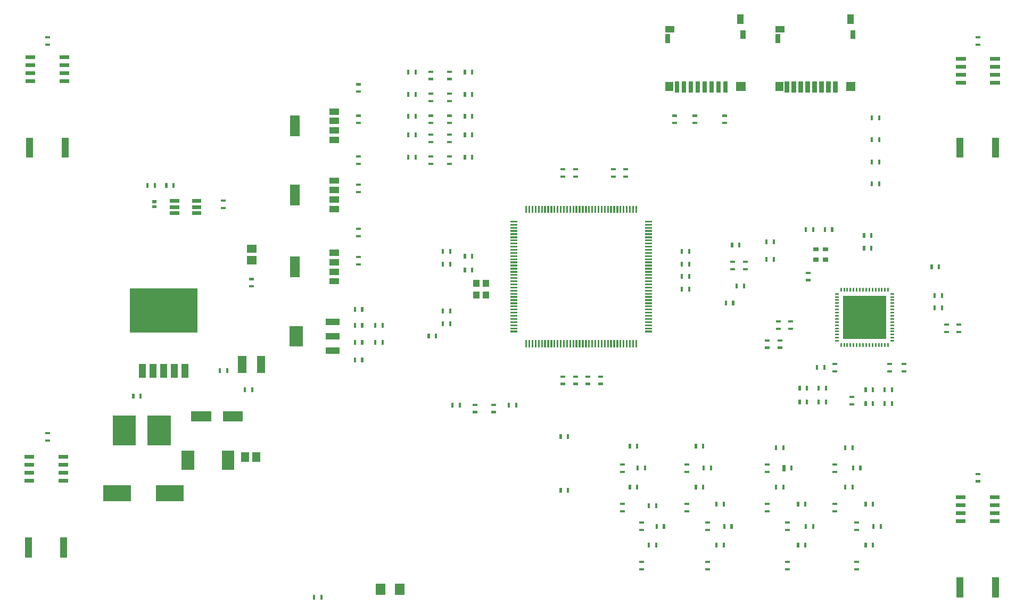
<source format=gbr>
G04 start of page 15 for group -4015 idx -4015 *
G04 Title: DAISI, toppaste *
G04 Creator: pcb 20140316 *
G04 CreationDate: Wed 18 Apr 2018 03:14:34 AM GMT UTC *
G04 For: afonsop *
G04 Format: Gerber/RS-274X *
G04 PCB-Dimensions (mil): 6540.00 4540.00 *
G04 PCB-Coordinate-Origin: lower left *
%MOIN*%
%FSLAX25Y25*%
%LNTOPPASTE*%
%ADD209R,0.0787X0.0787*%
%ADD208R,0.0630X0.0630*%
%ADD207R,0.0600X0.0600*%
%ADD206R,0.0984X0.0984*%
%ADD205R,0.0512X0.0512*%
%ADD204R,0.0276X0.0276*%
%ADD203R,0.0315X0.0315*%
%ADD202R,0.0219X0.0219*%
%ADD201R,0.0256X0.0256*%
%ADD200C,0.0001*%
%ADD199R,0.0100X0.0100*%
%ADD198R,0.0236X0.0236*%
%ADD197R,0.0197X0.0197*%
%ADD196R,0.1450X0.1450*%
%ADD195R,0.0512X0.0512*%
%ADD194R,0.0846X0.0846*%
%ADD193R,0.0402X0.0402*%
%ADD192R,0.0591X0.0591*%
%ADD191R,0.0394X0.0394*%
%ADD190R,0.0433X0.0433*%
%ADD189R,0.0236X0.0236*%
%ADD188R,0.0140X0.0140*%
%ADD187R,0.0110X0.0110*%
%ADD186R,0.2752X0.2752*%
%ADD185R,0.0421X0.0421*%
G54D185*X94882Y214000D02*Y209709D01*
X101575Y214000D02*Y209709D01*
X108268Y214000D02*Y209709D01*
X114961Y214000D02*Y209709D01*
X121654Y214000D02*Y209709D01*
G54D186*X100768Y249630D02*X115768D01*
G54D187*X335308Y230485D02*Y227087D01*
X337276Y230485D02*Y227087D01*
X339245Y230485D02*Y227087D01*
X341213Y230485D02*Y227087D01*
X343182Y230485D02*Y227087D01*
X345150Y230485D02*Y227087D01*
X347119Y230485D02*Y227087D01*
X349087Y230485D02*Y227087D01*
X351056Y230485D02*Y227087D01*
X353024Y230485D02*Y227087D01*
X354993Y230485D02*Y227087D01*
X356961Y230485D02*Y227087D01*
X358930Y230485D02*Y227087D01*
X360898Y230485D02*Y227087D01*
X362867Y230485D02*Y227087D01*
X364835Y230485D02*Y227087D01*
X366804Y230485D02*Y227087D01*
X368772Y230485D02*Y227087D01*
X370741Y230485D02*Y227087D01*
X372709Y230485D02*Y227087D01*
X374678Y230485D02*Y227087D01*
X376646Y230485D02*Y227087D01*
X378615Y230485D02*Y227087D01*
X380583Y230485D02*Y227087D01*
X382552Y230485D02*Y227087D01*
X384520Y230485D02*Y227087D01*
X386489Y230485D02*Y227087D01*
X388457Y230485D02*Y227087D01*
X390426Y230485D02*Y227087D01*
X392394Y230485D02*Y227087D01*
X394363Y230485D02*Y227087D01*
X396331Y230485D02*Y227087D01*
X398300Y230485D02*Y227087D01*
X400268Y230485D02*Y227087D01*
X402237Y230485D02*Y227087D01*
X404205Y230485D02*Y227087D01*
X410177Y236458D02*X413575D01*
X410177Y238426D02*X413575D01*
X410177Y240395D02*X413575D01*
X410177Y242363D02*X413575D01*
X410177Y244331D02*X413575D01*
X410177Y246300D02*X413575D01*
X410177Y248269D02*X413575D01*
X410177Y250237D02*X413575D01*
X410177Y252206D02*X413575D01*
X410177Y254174D02*X413575D01*
X410177Y256143D02*X413575D01*
X410177Y258111D02*X413575D01*
X410177Y260080D02*X413575D01*
X410177Y262048D02*X413575D01*
X410177Y264017D02*X413575D01*
X410177Y265985D02*X413575D01*
X410177Y267954D02*X413575D01*
X410177Y269922D02*X413575D01*
X410177Y271891D02*X413575D01*
X410177Y273859D02*X413575D01*
X410177Y275828D02*X413575D01*
X410177Y277796D02*X413575D01*
X410177Y279765D02*X413575D01*
X410177Y281733D02*X413575D01*
X410177Y283702D02*X413575D01*
X410177Y285670D02*X413575D01*
X410177Y287639D02*X413575D01*
X410177Y289607D02*X413575D01*
X410177Y291576D02*X413575D01*
X410177Y293544D02*X413575D01*
X410177Y295513D02*X413575D01*
X410177Y297481D02*X413575D01*
X410177Y299450D02*X413575D01*
X410177Y301418D02*X413575D01*
X410177Y303387D02*X413575D01*
X410177Y305355D02*X413575D01*
X404204Y314724D02*Y311327D01*
X402236Y314724D02*Y311327D01*
X400267Y314724D02*Y311327D01*
X398299Y314724D02*Y311327D01*
X396330Y314724D02*Y311327D01*
X394362Y314724D02*Y311327D01*
X392393Y314724D02*Y311327D01*
X390425Y314724D02*Y311327D01*
X388456Y314724D02*Y311327D01*
X386488Y314724D02*Y311327D01*
X384519Y314724D02*Y311327D01*
X382551Y314724D02*Y311327D01*
X380582Y314724D02*Y311327D01*
X378614Y314724D02*Y311327D01*
X376645Y314724D02*Y311327D01*
X374677Y314724D02*Y311327D01*
X372708Y314724D02*Y311327D01*
X370740Y314724D02*Y311327D01*
X368771Y314724D02*Y311327D01*
X366803Y314724D02*Y311327D01*
X364834Y314724D02*Y311327D01*
X362866Y314724D02*Y311327D01*
X360897Y314724D02*Y311327D01*
X358929Y314724D02*Y311327D01*
X356960Y314724D02*Y311327D01*
X354992Y314724D02*Y311327D01*
X353023Y314724D02*Y311327D01*
X351055Y314724D02*Y311327D01*
X349086Y314724D02*Y311327D01*
X347118Y314724D02*Y311327D01*
X345149Y314724D02*Y311327D01*
X343181Y314724D02*Y311327D01*
X341212Y314724D02*Y311327D01*
X339244Y314724D02*Y311327D01*
X337275Y314724D02*Y311327D01*
X335307Y314724D02*Y311327D01*
X325937Y305354D02*X329335D01*
X325937Y303386D02*X329335D01*
X325937Y301417D02*X329335D01*
X325937Y299449D02*X329335D01*
X325937Y297480D02*X329335D01*
X325937Y295512D02*X329335D01*
X325937Y293543D02*X329335D01*
X325937Y291575D02*X329335D01*
X325937Y289606D02*X329335D01*
X325937Y287638D02*X329335D01*
X325937Y285669D02*X329335D01*
X325937Y283701D02*X329335D01*
X325937Y281731D02*X329335D01*
X325937Y279764D02*X329335D01*
X325937Y277795D02*X329335D01*
X325937Y275827D02*X329335D01*
X325937Y273858D02*X329335D01*
X325937Y271890D02*X329335D01*
X325937Y269921D02*X329335D01*
X325937Y267953D02*X329335D01*
X325937Y265984D02*X329335D01*
X325937Y264016D02*X329335D01*
X325937Y262047D02*X329335D01*
X325937Y260079D02*X329335D01*
X325937Y258110D02*X329335D01*
X325937Y256142D02*X329335D01*
X325937Y254173D02*X329335D01*
X325937Y252205D02*X329335D01*
X325937Y250236D02*X329335D01*
X325937Y248268D02*X329335D01*
X325937Y246299D02*X329335D01*
X325937Y244331D02*X329335D01*
X325937Y242362D02*X329335D01*
X325937Y240394D02*X329335D01*
X325937Y238425D02*X329335D01*
X325937Y236457D02*X329335D01*
G54D188*X432739Y287477D02*Y285877D01*
X437339Y287477D02*Y285877D01*
X207024Y70942D02*Y69342D01*
X202424Y70942D02*Y69342D01*
X617310Y142645D02*X618910D01*
X617310Y147245D02*X618910D01*
G54D189*X605610Y132760D02*X609350D01*
X605610Y127760D02*X609350D01*
X605610Y122760D02*X609350D01*
X605610Y117760D02*X609350D01*
X626870D02*X630610D01*
X626870Y122760D02*X630610D01*
X626870Y127760D02*X630610D01*
X626870Y132760D02*X630610D01*
G54D190*X629134Y80181D02*Y71913D01*
X607087Y80181D02*Y71913D01*
G54D188*X229515Y278472D02*X231115D01*
X229515Y283072D02*X231115D01*
X229515Y296188D02*X231115D01*
X229515Y300788D02*X231115D01*
G54D191*X214173Y267976D02*X216142D01*
X214173Y273882D02*X216142D01*
X214173Y279787D02*X216142D01*
X214173Y285693D02*X216142D01*
G54D192*X190354Y280378D02*Y273291D01*
G54D191*X214173Y313252D02*X216142D01*
X214173Y319157D02*X216142D01*
X214173Y325063D02*X216142D01*
X214173Y330969D02*X216142D01*
G54D192*X190354Y325654D02*Y318567D01*
G54D193*X211742Y224472D02*X216467D01*
X211742Y233528D02*X216467D01*
X211742Y242583D02*X216467D01*
G54D194*X191270Y235693D02*Y231362D01*
G54D191*X214173Y356559D02*X216142D01*
X214173Y362465D02*X216142D01*
X214173Y368370D02*X216142D01*
X214173Y374276D02*X216142D01*
G54D192*X190354Y368961D02*Y361874D01*
G54D188*X162586Y269292D02*X164186D01*
X162586Y264692D02*X164186D01*
G54D195*X162993Y281166D02*X163779D01*
X162993Y288252D02*X163779D01*
G54D188*X147969Y212674D02*Y211074D01*
X143369Y212674D02*Y211074D01*
G54D196*X105388Y176472D02*Y172472D01*
X83588Y176472D02*Y172472D01*
G54D188*X163717Y200863D02*Y199263D01*
X159117Y200863D02*Y199263D01*
X232615Y251060D02*Y249460D01*
X228015Y251060D02*Y249460D01*
X240810Y241217D02*Y239617D01*
X245410Y241217D02*Y239617D01*
X240810Y230391D02*Y228791D01*
X245410Y230391D02*Y228791D01*
X229515Y323747D02*X231115D01*
X229515Y328347D02*X231115D01*
X229515Y341464D02*X231115D01*
X229515Y346064D02*X231115D01*
X229515Y367054D02*X231115D01*
X229515Y371654D02*X231115D01*
X229515Y386739D02*X231115D01*
X229515Y391339D02*X231115D01*
G54D197*X101969Y317779D02*X102755D01*
X101969Y314631D02*X102755D01*
G54D188*X98094Y328816D02*Y327216D01*
X102694Y328816D02*Y327216D01*
X109905Y328816D02*Y327216D01*
X114505Y328816D02*Y327216D01*
X144869Y313905D02*X146469D01*
X144869Y318505D02*X146469D01*
G54D198*X113385Y318173D02*X116929D01*
X113385Y314433D02*X116929D01*
X113385Y310693D02*X116929D01*
X127165Y310692D02*X130709D01*
X127165Y314433D02*X130709D01*
X127164Y318173D02*X130708D01*
G54D188*X356952Y137871D02*Y136271D01*
X361552Y137871D02*Y136271D01*
G54D191*X304134Y266992D02*Y266598D01*
Y259512D02*Y259118D01*
X310039Y259512D02*Y259118D01*
Y266992D02*Y266598D01*
G54D199*X563886Y230575D02*X565248D01*
X563886Y232543D02*X565248D01*
X563886Y234512D02*X565248D01*
X563886Y236480D02*X565248D01*
X563886Y238449D02*X565248D01*
X563886Y240417D02*X565248D01*
X563886Y242386D02*X565248D01*
X563886Y244354D02*X565248D01*
X563886Y246323D02*X565248D01*
X563886Y248291D02*X565248D01*
X563886Y250260D02*X565248D01*
X563886Y252228D02*X565248D01*
X563886Y254197D02*X565248D01*
X563886Y256165D02*X565248D01*
X563886Y258134D02*X565248D01*
X563886Y260102D02*X565248D01*
X529240D02*X530602D01*
X529240Y258134D02*X530602D01*
X529240Y256165D02*X530602D01*
X529240Y254197D02*X530602D01*
X529240Y252228D02*X530602D01*
X529240Y250260D02*X530602D01*
X529240Y248291D02*X530602D01*
X529240Y246323D02*X530602D01*
X529240Y244354D02*X530602D01*
X529240Y242386D02*X530602D01*
X529240Y240417D02*X530602D01*
X529240Y238449D02*X530602D01*
X529240Y236480D02*X530602D01*
X529240Y234512D02*X530602D01*
X529240Y232543D02*X530602D01*
X529240Y230575D02*X530602D01*
X562008Y263343D02*Y261980D01*
X560039Y263343D02*Y261980D01*
X558071Y263343D02*Y261980D01*
X556102Y263343D02*Y261980D01*
X554134Y263343D02*Y261980D01*
X552165Y263343D02*Y261980D01*
X550197Y263343D02*Y261980D01*
X548228Y263343D02*Y261980D01*
X546260Y263343D02*Y261980D01*
X544291Y263343D02*Y261980D01*
X542323Y263343D02*Y261980D01*
X540354Y263343D02*Y261980D01*
X538386Y263343D02*Y261980D01*
X536417Y263343D02*Y261980D01*
X534449Y263343D02*Y261980D01*
X532480Y263343D02*Y261980D01*
Y228697D02*Y227335D01*
X534449Y228697D02*Y227335D01*
X536417Y228697D02*Y227335D01*
X538386Y228697D02*Y227335D01*
X540354Y228697D02*Y227335D01*
X542323Y228697D02*Y227335D01*
X544291Y228697D02*Y227335D01*
X546260Y228697D02*Y227335D01*
X548228Y228697D02*Y227335D01*
X550197Y228697D02*Y227335D01*
X552165Y228697D02*Y227335D01*
X554134Y228697D02*Y227335D01*
X556102Y228697D02*Y227335D01*
X558071Y228697D02*Y227335D01*
X560039Y228697D02*Y227335D01*
X562008Y228697D02*Y227335D01*
G54D200*G36*
X533858Y258724D02*Y231953D01*
X560630D01*
Y258724D01*
X533858D01*
G37*
G54D188*X432739Y279603D02*Y278003D01*
X437339Y279603D02*Y278003D01*
X432739Y271729D02*Y270129D01*
X437339Y271729D02*Y270129D01*
X432739Y263855D02*Y262255D01*
X437339Y263855D02*Y262255D01*
X365342Y333590D02*X366942D01*
X365342Y338190D02*X366942D01*
X357468Y333590D02*X359068D01*
X357468Y338190D02*X359068D01*
X357468Y203669D02*X359068D01*
X357468Y208269D02*X359068D01*
X365342Y203669D02*X366942D01*
X365342Y208269D02*X366942D01*
X373216Y203669D02*X374816D01*
X373216Y208269D02*X374816D01*
X381090Y203669D02*X382690D01*
X381090Y208269D02*X382690D01*
X296913Y275666D02*Y274066D01*
X301513Y275666D02*Y274066D01*
X283133Y279603D02*Y278003D01*
X287733Y279603D02*Y278003D01*
X283133Y287477D02*Y285877D01*
X287733Y287477D02*Y285877D01*
X283133Y242202D02*Y240602D01*
X287733Y242202D02*Y240602D01*
X283133Y250076D02*Y248476D01*
X287733Y250076D02*Y248476D01*
X329072Y191020D02*Y189420D01*
X324472Y191020D02*Y189420D01*
X293639Y191020D02*Y189420D01*
X289039Y191020D02*Y189420D01*
X314161Y185952D02*X315761D01*
X314161Y190552D02*X315761D01*
X302350Y185952D02*X303950D01*
X302350Y190552D02*X303950D01*
X228015Y241217D02*Y239617D01*
X232615Y241217D02*Y239617D01*
Y219564D02*Y217964D01*
X228015Y219564D02*Y217964D01*
Y230391D02*Y228791D01*
X232615Y230391D02*Y228791D01*
X511011Y273229D02*X512611D01*
X511011Y268629D02*X512611D01*
G54D201*X516240Y287957D02*X517028D01*
X516240Y281461D02*X517028D01*
X522343D02*X523130D01*
X522343Y287957D02*X523130D01*
G54D188*X464898Y254997D02*Y253397D01*
X460298Y254997D02*Y253397D01*
X468835Y291414D02*Y289814D01*
X464235Y291414D02*Y289814D01*
X471788Y265824D02*Y264224D01*
X467188Y265824D02*Y264224D01*
X556434Y371139D02*Y369539D01*
X551834Y371139D02*Y369539D01*
X510495Y301257D02*Y299657D01*
X515095Y301257D02*Y299657D01*
X526906Y301257D02*Y299657D01*
X522306Y301257D02*Y299657D01*
X538570Y195473D02*X540170D01*
X538570Y190873D02*X540170D01*
X485420Y230906D02*X487020D01*
X485420Y226306D02*X487020D01*
X493294Y230906D02*X494894D01*
X493294Y226306D02*X494894D01*
X500184Y242717D02*X501784D01*
X500184Y238117D02*X501784D01*
X492310Y242717D02*X493910D01*
X492310Y238117D02*X493910D01*
X546913Y289446D02*Y287846D01*
X551513Y289446D02*Y287846D01*
X546913Y297320D02*Y295720D01*
X551513Y297320D02*Y295720D01*
X591204Y252044D02*Y250444D01*
X595804Y252044D02*Y250444D01*
X593835Y277635D02*Y276035D01*
X589235Y277635D02*Y276035D01*
X556434Y357359D02*Y355759D01*
X551834Y357359D02*Y355759D01*
X556434Y329800D02*Y328200D01*
X551834Y329800D02*Y328200D01*
X556434Y343580D02*Y341980D01*
X551834Y343580D02*Y341980D01*
X463767Y280119D02*X465367D01*
X463767Y275519D02*X465367D01*
X471641D02*X473241D01*
X471641Y280119D02*X473241D01*
X485889Y282556D02*Y280956D01*
X490489Y282556D02*Y280956D01*
X485889Y293383D02*Y291783D01*
X490489Y293383D02*Y291783D01*
X547897Y192005D02*Y190405D01*
X552497Y192005D02*Y190405D01*
X396838Y333590D02*X398438D01*
X396838Y338190D02*X398438D01*
X388964Y333590D02*X390564D01*
X388964Y338190D02*X390564D01*
X405180Y151650D02*Y150050D01*
X409780Y151650D02*Y150050D01*
X400259Y165430D02*Y163830D01*
X404859Y165430D02*Y163830D01*
X394869Y153150D02*X396469D01*
X394869Y148550D02*X396469D01*
X394869Y128544D02*X396469D01*
X394869Y123944D02*X396469D01*
X400259Y139839D02*Y138239D01*
X404859Y139839D02*Y138239D01*
X446519Y151650D02*Y150050D01*
X451119Y151650D02*Y150050D01*
X441598Y165430D02*Y163830D01*
X446198Y165430D02*Y163830D01*
X441598Y139839D02*Y138239D01*
X446198Y139839D02*Y138239D01*
X435224Y153150D02*X436824D01*
X435224Y148550D02*X436824D01*
X435224Y128544D02*X436824D01*
X435224Y123944D02*X436824D01*
X454393Y129013D02*Y127413D01*
X458993Y129013D02*Y127413D01*
X459314Y115233D02*Y113633D01*
X463914Y115233D02*Y113633D01*
X454393Y103422D02*Y101822D01*
X458993Y103422D02*Y101822D01*
X448019Y92127D02*X449619D01*
X448019Y87527D02*X449619D01*
X448019Y116733D02*X449619D01*
X448019Y112133D02*X449619D01*
X406680Y116733D02*X408280D01*
X406680Y112133D02*X408280D01*
X406680Y92127D02*X408280D01*
X406680Y87527D02*X408280D01*
X416991Y115233D02*Y113633D01*
X421591Y115233D02*Y113633D01*
X412070Y103422D02*Y101822D01*
X416670Y103422D02*Y101822D01*
X412070Y128028D02*Y126428D01*
X416670Y128028D02*Y126428D01*
X485420Y153150D02*X487020D01*
X485420Y148550D02*X487020D01*
X485420Y128544D02*X487020D01*
X485420Y123944D02*X487020D01*
X491794Y164446D02*Y162846D01*
X496394Y164446D02*Y162846D01*
X491794Y139839D02*Y138239D01*
X496394Y139839D02*Y138239D01*
G54D202*X496716Y151650D02*Y150050D01*
G54D188*X501316Y151650D02*Y150050D01*
X498216Y92127D02*X499816D01*
X498216Y87527D02*X499816D01*
X498216Y116733D02*X499816D01*
X498216Y112133D02*X499816D01*
X527743Y128544D02*X529343D01*
X527743Y123944D02*X529343D01*
X527743Y153150D02*X529343D01*
X527743Y148550D02*X529343D01*
X510495Y115233D02*Y113633D01*
X515095Y115233D02*Y113633D01*
X505574Y129013D02*Y127413D01*
X510174Y129013D02*Y127413D01*
X505574Y103422D02*Y101822D01*
X510174Y103422D02*Y101822D01*
X535102Y164446D02*Y162846D01*
X539702Y164446D02*Y162846D01*
X535102Y139839D02*Y138239D01*
X539702Y139839D02*Y138239D01*
X541523Y92127D02*X543123D01*
X541523Y87527D02*X543123D01*
X541523Y116733D02*X543123D01*
X541523Y112133D02*X543123D01*
X547897Y103422D02*Y101822D01*
X552497Y103422D02*Y101822D01*
X552818Y115233D02*Y113633D01*
X557418Y115233D02*Y113633D01*
X547897Y129013D02*Y127413D01*
X552497Y129013D02*Y127413D01*
X540023Y151650D02*Y150050D01*
X544623Y151650D02*Y150050D01*
G54D189*X22933Y408350D02*X26673D01*
X22933Y403350D02*X26673D01*
X22933Y398350D02*X26673D01*
X22933Y393350D02*X26673D01*
X44193D02*X47933D01*
X44193Y398350D02*X47933D01*
X44193Y403350D02*X47933D01*
X44193Y408350D02*X47933D01*
G54D190*X46457Y355772D02*Y347504D01*
X24409Y355772D02*Y347504D01*
X629134Y355772D02*Y347504D01*
X607087Y355772D02*Y347504D01*
G54D188*X617310Y416267D02*X618910D01*
X617310Y420867D02*X618910D01*
G54D189*X605760Y407461D02*X609500D01*
X605760Y402461D02*X609500D01*
X605760Y397461D02*X609500D01*
X605760Y392461D02*X609500D01*
X627020D02*X630760D01*
X627020Y397461D02*X630760D01*
X627020Y402461D02*X630760D01*
X627020Y407461D02*X630760D01*
G54D188*X34633Y416267D02*X36233D01*
X34633Y420867D02*X36233D01*
X301513Y385902D02*Y384302D01*
X296913Y385902D02*Y384302D01*
X266080Y385902D02*Y384302D01*
X261480Y385902D02*Y384302D01*
X286602Y380834D02*X288202D01*
X286602Y385434D02*X288202D01*
X274791Y380834D02*X276391D01*
X274791Y385434D02*X276391D01*
X301513Y372123D02*Y370523D01*
X296913Y372123D02*Y370523D01*
X266080Y372123D02*Y370523D01*
X261480Y372123D02*Y370523D01*
X286602Y367054D02*X288202D01*
X286602Y371654D02*X288202D01*
X274791Y367054D02*X276391D01*
X274791Y371654D02*X276391D01*
X301513Y360312D02*Y358712D01*
X296913Y360312D02*Y358712D01*
X266080Y360312D02*Y358712D01*
X261480Y360312D02*Y358712D01*
X286602Y355243D02*X288202D01*
X286602Y359843D02*X288202D01*
X274791Y355243D02*X276391D01*
X274791Y359843D02*X276391D01*
X301513Y346532D02*Y344932D01*
X296913Y346532D02*Y344932D01*
X266080Y346532D02*Y344932D01*
X261480Y346532D02*Y344932D01*
X286602Y341464D02*X288202D01*
X286602Y346064D02*X288202D01*
X274791Y341464D02*X276391D01*
X274791Y346064D02*X276391D01*
X301513Y399682D02*Y398082D01*
X296913Y399682D02*Y398082D01*
X266080Y399682D02*Y398082D01*
X261480Y399682D02*Y398082D01*
X286602Y394613D02*X288202D01*
X286602Y399213D02*X288202D01*
X274791Y394613D02*X276391D01*
X274791Y399213D02*X276391D01*
X427350Y371654D02*X428950D01*
X427350Y367054D02*X428950D01*
X458846Y371654D02*X460446D01*
X458846Y367054D02*X460446D01*
X440145Y371654D02*X441745D01*
X440145Y367054D02*X441745D01*
G54D191*X469488Y433134D02*Y430969D01*
G54D203*X471063Y423685D02*Y421323D01*
G54D200*G36*
X466732Y392976D02*Y387071D01*
X472638D01*
Y392976D01*
X466732D01*
G37*
G54D204*X460039Y391598D02*Y387465D01*
X455709Y391598D02*Y387465D01*
X451378Y391598D02*Y387465D01*
X447047Y391598D02*Y387465D01*
X442717Y391598D02*Y387465D01*
X438386Y391598D02*Y387465D01*
X434055Y391598D02*Y387465D01*
X429724Y391598D02*Y387465D01*
G54D205*X425000Y390417D02*Y389630D01*
G54D203*X424016Y421323D02*Y418567D01*
G54D191*X424409Y425850D02*X426181D01*
X538386Y433134D02*Y430969D01*
G54D203*X539961Y423685D02*Y421323D01*
G54D200*G36*
X535630Y392976D02*Y387071D01*
X541535D01*
Y392976D01*
X535630D01*
G37*
G54D204*X528937Y391598D02*Y387465D01*
X524606Y391598D02*Y387465D01*
X520276Y391598D02*Y387465D01*
X515945Y391598D02*Y387465D01*
X511614Y391598D02*Y387465D01*
X507283Y391598D02*Y387465D01*
X502953Y391598D02*Y387465D01*
X498622Y391598D02*Y387465D01*
G54D205*X493898Y390417D02*Y389630D01*
G54D203*X492913Y421323D02*Y418567D01*
G54D191*X493307Y425850D02*X495079D01*
G54D188*X34633Y168235D02*X36233D01*
X34633Y172835D02*X36233D01*
G54D189*X22213Y157889D02*X25953D01*
X22213Y152889D02*X25953D01*
X22213Y147889D02*X25953D01*
X22213Y142889D02*X25953D01*
X43472D02*X47213D01*
X43472Y147889D02*X47213D01*
X43472Y152889D02*X47213D01*
X43472Y157889D02*X47213D01*
G54D190*X45736Y105311D02*Y97043D01*
X23689Y105311D02*Y97043D01*
G54D188*X89235Y196926D02*Y195326D01*
X93835Y196926D02*Y195326D01*
G54D206*X108465Y135102D02*X115945D01*
X75394D02*X82874D01*
G54D207*X244094Y75563D02*Y74563D01*
X256094Y75563D02*Y74563D01*
G54D188*X356952Y171335D02*Y169735D01*
X361552Y171335D02*Y169735D01*
X274275Y234328D02*Y232728D01*
X278875Y234328D02*Y232728D01*
G54D195*X159253Y158133D02*Y157347D01*
X166339Y158133D02*Y157347D01*
G54D188*X591204Y259918D02*Y258318D01*
X595804Y259918D02*Y258318D01*
X605499Y240749D02*X607099D01*
X605499Y236149D02*X607099D01*
X597625Y240749D02*X599225D01*
X597625Y236149D02*X599225D01*
X564308Y192005D02*Y190405D01*
X559708Y192005D02*Y190405D01*
X564308Y200863D02*Y199263D01*
X559708Y200863D02*Y199263D01*
X547897Y200863D02*Y199263D01*
X552497Y200863D02*Y199263D01*
X562192Y216143D02*X563792D01*
X562192Y211543D02*X563792D01*
X571050Y216143D02*X572650D01*
X571050Y211543D02*X572650D01*
X522969Y201847D02*Y200247D01*
X518369Y201847D02*Y200247D01*
X522969Y192989D02*Y191389D01*
X518369Y192989D02*Y191389D01*
X511158Y192989D02*Y191389D01*
X506558Y192989D02*Y191389D01*
X511158Y201847D02*Y200247D01*
X506558Y201847D02*Y200247D01*
X527743Y216143D02*X529343D01*
X527743Y211543D02*X529343D01*
X521985Y214643D02*Y213043D01*
X517385Y214643D02*Y213043D01*
G54D195*X157481Y218566D02*Y213056D01*
X169291Y218566D02*Y213056D01*
G54D208*X148425Y183331D02*X154724D01*
X128740D02*X135039D01*
G54D209*X123425Y157740D02*Y153803D01*
X148622Y157740D02*Y153803D01*
G54D188*X296913Y284524D02*Y282924D01*
X301513Y284524D02*Y282924D01*
M02*

</source>
